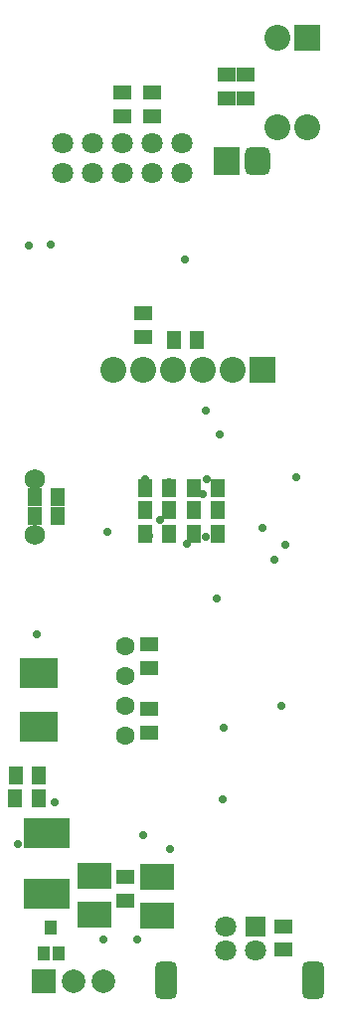
<source format=gbs>
G04*
G04 #@! TF.GenerationSoftware,Altium Limited,Altium Designer,19.1.5 (86)*
G04*
G04 Layer_Color=16711935*
%FSLAX44Y44*%
%MOMM*%
G71*
G01*
G75*
%ADD38R,1.5032X1.2032*%
%ADD40R,3.2032X2.6032*%
%ADD43R,1.2032X1.5032*%
%ADD57C,1.8032*%
%ADD58C,2.2032*%
%ADD59R,2.2032X2.2032*%
%ADD60C,1.7272*%
%ADD61C,1.6032*%
%ADD62C,2.0032*%
%ADD63R,2.0032X2.0032*%
%ADD64R,1.8032X1.8032*%
G04:AMPARAMS|DCode=65|XSize=1.9032mm|YSize=3.2032mm|CornerRadius=0.5266mm|HoleSize=0mm|Usage=FLASHONLY|Rotation=0.000|XOffset=0mm|YOffset=0mm|HoleType=Round|Shape=RoundedRectangle|*
%AMROUNDEDRECTD65*
21,1,1.9032,2.1500,0,0,0.0*
21,1,0.8500,3.2032,0,0,0.0*
1,1,1.0532,0.4250,-1.0750*
1,1,1.0532,-0.4250,-1.0750*
1,1,1.0532,-0.4250,1.0750*
1,1,1.0532,0.4250,1.0750*
%
%ADD65ROUNDEDRECTD65*%
%ADD66C,0.7032*%
%ADD84R,2.2032X2.4032*%
G04:AMPARAMS|DCode=85|XSize=2.2032mm|YSize=2.4032mm|CornerRadius=0.6016mm|HoleSize=0mm|Usage=FLASHONLY|Rotation=180.000|XOffset=0mm|YOffset=0mm|HoleType=Round|Shape=RoundedRectangle|*
%AMROUNDEDRECTD85*
21,1,2.2032,1.2000,0,0,180.0*
21,1,1.0000,2.4032,0,0,180.0*
1,1,1.2032,-0.5000,0.6000*
1,1,1.2032,0.5000,0.6000*
1,1,1.2032,0.5000,-0.6000*
1,1,1.2032,-0.5000,-0.6000*
%
%ADD85ROUNDEDRECTD85*%
%ADD86R,1.0032X1.2032*%
%ADD87R,2.9032X2.2032*%
%ADD88R,3.9032X2.6532*%
D38*
X1249680Y994410D02*
D03*
Y974410D02*
D03*
X1275080Y994090D02*
D03*
Y974090D02*
D03*
X1386840Y284414D02*
D03*
Y264414D02*
D03*
X1267460Y786130D02*
D03*
Y806130D02*
D03*
X1338093Y1009330D02*
D03*
Y989330D02*
D03*
X1354603D02*
D03*
Y1009330D02*
D03*
X1272540Y504190D02*
D03*
Y524190D02*
D03*
Y449580D02*
D03*
Y469580D02*
D03*
X1252220Y306120D02*
D03*
Y326120D02*
D03*
D40*
X1178561Y499661D02*
D03*
X1178560Y454660D02*
D03*
D43*
X1313180Y783590D02*
D03*
X1293180D02*
D03*
X1330640Y618260D02*
D03*
X1310640D02*
D03*
Y638810D02*
D03*
X1330640D02*
D03*
Y657860D02*
D03*
X1310640D02*
D03*
X1289050Y618260D02*
D03*
X1269050D02*
D03*
Y638810D02*
D03*
X1289050D02*
D03*
X1269050Y657860D02*
D03*
X1289050D02*
D03*
X1194750Y633730D02*
D03*
X1174750D02*
D03*
X1194750Y650240D02*
D03*
X1174750D02*
D03*
X1158240Y393700D02*
D03*
X1178240D02*
D03*
X1158560Y412750D02*
D03*
X1178560D02*
D03*
D57*
X1300480Y951230D02*
D03*
Y925830D02*
D03*
X1275080Y951230D02*
D03*
Y925830D02*
D03*
X1198880D02*
D03*
Y951230D02*
D03*
X1224280Y925830D02*
D03*
Y951230D02*
D03*
X1249680Y925830D02*
D03*
Y951230D02*
D03*
X1337310Y284210D02*
D03*
X1362710Y263890D02*
D03*
X1337310D02*
D03*
D58*
X1381760Y965200D02*
D03*
X1407160D02*
D03*
X1381760Y1041400D02*
D03*
X1242060Y758190D02*
D03*
X1267460D02*
D03*
X1292860D02*
D03*
X1318260D02*
D03*
X1343660D02*
D03*
D59*
X1407160Y1041400D02*
D03*
X1369060Y758190D02*
D03*
D60*
X1174750Y617480D02*
D03*
Y665480D02*
D03*
D61*
X1252220Y447040D02*
D03*
Y472440D02*
D03*
Y523240D02*
D03*
Y497840D02*
D03*
D62*
X1233170Y237220D02*
D03*
X1207770D02*
D03*
D63*
X1182370D02*
D03*
D64*
X1362710Y284210D02*
D03*
D65*
X1412240Y238490D02*
D03*
X1286510D02*
D03*
D66*
X1384554Y472186D02*
D03*
X1176528Y533400D02*
D03*
X1329690Y563626D02*
D03*
X1302662Y852170D02*
D03*
X1320800Y723900D02*
D03*
X1289050Y662940D02*
D03*
X1269170Y665040D02*
D03*
X1321832Y665040D02*
D03*
X1318260Y652780D02*
D03*
X1281499Y630040D02*
D03*
X1272540Y616990D02*
D03*
X1320800Y615950D02*
D03*
X1304865Y610175D02*
D03*
X1388110Y609600D02*
D03*
X1379220Y596900D02*
D03*
X1188720Y864679D02*
D03*
X1369060Y623570D02*
D03*
X1397858Y666750D02*
D03*
X1332230Y703580D02*
D03*
X1237120Y619900D02*
D03*
X1267460Y361950D02*
D03*
X1336040Y453390D02*
D03*
X1334770Y392430D02*
D03*
X1160780Y354330D02*
D03*
X1290320Y350520D02*
D03*
X1169670Y864075D02*
D03*
X1191578Y389572D02*
D03*
X1262380Y273050D02*
D03*
X1233170D02*
D03*
D84*
X1338580Y935990D02*
D03*
D85*
X1364580D02*
D03*
D86*
X1182370Y261010D02*
D03*
X1195070D02*
D03*
X1188720Y282940D02*
D03*
D87*
X1278890Y326390D02*
D03*
Y293390D02*
D03*
X1225550Y327640D02*
D03*
Y294640D02*
D03*
D88*
X1184910Y363650D02*
D03*
Y312150D02*
D03*
M02*

</source>
